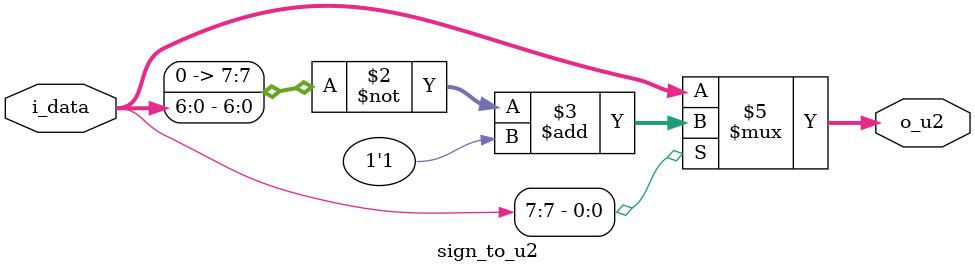
<source format=sv>
module sign_to_u2(i_data, o_u2);

	parameter LEN=8;
	input logic [LEN-1:0] i_data;
	output logic [LEN-1:0] o_u2;

	always @(*)
	begin
		o_u2 = '0;
		if(i_data[LEN-1])
		begin
			o_u2 = ~({1'b0, i_data[LEN - 2:0]}) + 1'b1;
		end		
		else
			o_u2 = i_data;
	end

endmodule

</source>
